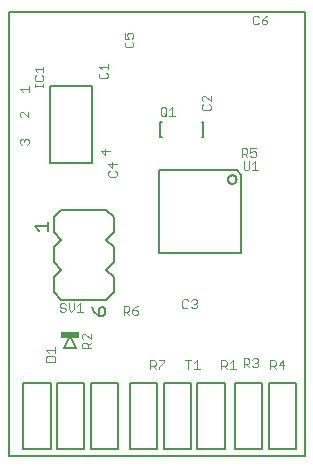
<source format=gto>
G75*
%MOIN*%
%OFA0B0*%
%FSLAX24Y24*%
%IPPOS*%
%LPD*%
%AMOC8*
5,1,8,0,0,1.08239X$1,22.5*
%
%ADD10C,0.0080*%
%ADD11C,0.0030*%
%ADD12C,0.0060*%
%ADD13R,0.0620X0.0240*%
%ADD14C,0.0040*%
%ADD15C,0.0050*%
D10*
X003400Y002400D02*
X013264Y002400D01*
X013264Y017194D01*
X003400Y017194D01*
X003400Y002400D01*
X005253Y006004D02*
X005647Y006004D01*
X005450Y006398D01*
X005253Y006004D01*
X004763Y012154D02*
X004763Y014734D01*
X006163Y014734D01*
X006163Y012154D01*
X004763Y012154D01*
X008447Y013019D02*
X008447Y013531D01*
X008506Y013531D01*
X008506Y013019D02*
X008447Y013019D01*
X009844Y013019D02*
X009884Y013019D01*
X009884Y013531D01*
X009844Y013531D01*
D11*
X009893Y013915D02*
X009845Y013963D01*
X009845Y014060D01*
X009893Y014108D01*
X009893Y014210D02*
X009845Y014258D01*
X009845Y014355D01*
X009893Y014403D01*
X009942Y014403D01*
X010135Y014210D01*
X010135Y014403D01*
X010087Y014108D02*
X010135Y014060D01*
X010135Y013963D01*
X010087Y013915D01*
X009893Y013915D01*
X008953Y013728D02*
X008760Y013728D01*
X008856Y013728D02*
X008856Y014018D01*
X008760Y013921D01*
X008658Y013969D02*
X008658Y013776D01*
X008610Y013728D01*
X008513Y013728D01*
X008465Y013776D01*
X008465Y013969D01*
X008513Y014018D01*
X008610Y014018D01*
X008658Y013969D01*
X008562Y013824D02*
X008658Y013728D01*
X007004Y012136D02*
X006714Y012136D01*
X006859Y011991D01*
X006859Y012184D01*
X006762Y011890D02*
X006714Y011841D01*
X006714Y011744D01*
X006762Y011696D01*
X006956Y011696D01*
X007004Y011744D01*
X007004Y011841D01*
X006956Y011890D01*
X004553Y014684D02*
X004553Y014780D01*
X004553Y014732D02*
X004262Y014732D01*
X004262Y014684D02*
X004262Y014780D01*
X004311Y014880D02*
X004504Y014880D01*
X004553Y014929D01*
X004553Y015025D01*
X004504Y015074D01*
X004553Y015175D02*
X004553Y015368D01*
X004553Y015272D02*
X004262Y015272D01*
X004359Y015175D01*
X004311Y015074D02*
X004262Y015025D01*
X004262Y014929D01*
X004311Y014880D01*
X006407Y015026D02*
X006456Y014978D01*
X006649Y014978D01*
X006698Y015026D01*
X006698Y015123D01*
X006649Y015171D01*
X006698Y015272D02*
X006698Y015466D01*
X006698Y015369D02*
X006407Y015369D01*
X006504Y015272D01*
X006456Y015171D02*
X006407Y015123D01*
X006407Y015026D01*
X007313Y016008D02*
X007506Y016008D01*
X007555Y016056D01*
X007555Y016153D01*
X007506Y016202D01*
X007506Y016303D02*
X007555Y016351D01*
X007555Y016448D01*
X007506Y016496D01*
X007409Y016496D01*
X007361Y016448D01*
X007361Y016399D01*
X007409Y016303D01*
X007264Y016303D01*
X007264Y016496D01*
X007313Y016202D02*
X007264Y016153D01*
X007264Y016056D01*
X007313Y016008D01*
X011538Y016821D02*
X011586Y016772D01*
X011683Y016772D01*
X011732Y016821D01*
X011833Y016821D02*
X011881Y016772D01*
X011978Y016772D01*
X012026Y016821D01*
X012026Y016869D01*
X011978Y016917D01*
X011833Y016917D01*
X011833Y016821D01*
X011833Y016917D02*
X011929Y017014D01*
X012026Y017063D01*
X011732Y017014D02*
X011683Y017063D01*
X011586Y017063D01*
X011538Y017014D01*
X011538Y016821D01*
X011460Y012643D02*
X011460Y012498D01*
X011556Y012546D01*
X011605Y012546D01*
X011653Y012498D01*
X011653Y012401D01*
X011605Y012353D01*
X011508Y012353D01*
X011460Y012401D01*
X011358Y012353D02*
X011262Y012449D01*
X011310Y012449D02*
X011165Y012449D01*
X011165Y012353D02*
X011165Y012643D01*
X011310Y012643D01*
X011358Y012594D01*
X011358Y012498D01*
X011310Y012449D01*
X011460Y012643D02*
X011653Y012643D01*
X011619Y012205D02*
X011619Y011915D01*
X011522Y011915D02*
X011716Y011915D01*
X011522Y012108D02*
X011619Y012205D01*
X011421Y012205D02*
X011421Y011963D01*
X011373Y011915D01*
X011276Y011915D01*
X011228Y011963D01*
X011228Y012205D01*
X009630Y007605D02*
X009533Y007605D01*
X009485Y007557D01*
X009383Y007557D02*
X009335Y007605D01*
X009238Y007605D01*
X009190Y007557D01*
X009190Y007363D01*
X009238Y007315D01*
X009335Y007315D01*
X009383Y007363D01*
X009485Y007363D02*
X009533Y007315D01*
X009630Y007315D01*
X009678Y007363D01*
X009678Y007412D01*
X009630Y007460D01*
X009581Y007460D01*
X009630Y007460D02*
X009678Y007508D01*
X009678Y007557D01*
X009630Y007605D01*
X007716Y007393D02*
X007619Y007344D01*
X007522Y007248D01*
X007667Y007248D01*
X007716Y007199D01*
X007716Y007151D01*
X007667Y007103D01*
X007571Y007103D01*
X007522Y007151D01*
X007522Y007248D01*
X007421Y007248D02*
X007373Y007199D01*
X007228Y007199D01*
X007324Y007199D02*
X007421Y007103D01*
X007421Y007248D02*
X007421Y007344D01*
X007373Y007393D01*
X007228Y007393D01*
X007228Y007103D01*
X006135Y006466D02*
X006135Y006272D01*
X005942Y006466D01*
X005893Y006466D01*
X005845Y006417D01*
X005845Y006321D01*
X005893Y006272D01*
X005893Y006171D02*
X005990Y006171D01*
X006038Y006123D01*
X006038Y005978D01*
X006038Y006074D02*
X006135Y006171D01*
X006135Y005978D02*
X005845Y005978D01*
X005845Y006123D01*
X005893Y006171D01*
X004948Y006015D02*
X004948Y005821D01*
X004948Y005918D02*
X004658Y005918D01*
X004754Y005821D01*
X004706Y005720D02*
X004658Y005672D01*
X004658Y005527D01*
X004948Y005527D01*
X004948Y005672D01*
X004899Y005720D01*
X004706Y005720D01*
X005151Y007190D02*
X005103Y007238D01*
X005151Y007190D02*
X005248Y007190D01*
X005296Y007238D01*
X005296Y007287D01*
X005248Y007335D01*
X005151Y007335D01*
X005103Y007383D01*
X005103Y007432D01*
X005151Y007480D01*
X005248Y007480D01*
X005296Y007432D01*
X005397Y007480D02*
X005397Y007287D01*
X005494Y007190D01*
X005591Y007287D01*
X005591Y007480D01*
X005692Y007383D02*
X005789Y007480D01*
X005789Y007190D01*
X005885Y007190D02*
X005692Y007190D01*
X008103Y005580D02*
X008248Y005580D01*
X008296Y005532D01*
X008296Y005435D01*
X008248Y005387D01*
X008103Y005387D01*
X008199Y005387D02*
X008296Y005290D01*
X008397Y005290D02*
X008397Y005338D01*
X008591Y005532D01*
X008591Y005580D01*
X008397Y005580D01*
X008103Y005580D02*
X008103Y005290D01*
X009290Y005580D02*
X009483Y005580D01*
X009387Y005580D02*
X009387Y005290D01*
X009585Y005290D02*
X009778Y005290D01*
X009681Y005290D02*
X009681Y005580D01*
X009585Y005483D01*
X010478Y005387D02*
X010623Y005387D01*
X010671Y005435D01*
X010671Y005532D01*
X010623Y005580D01*
X010478Y005580D01*
X010478Y005290D01*
X010574Y005387D02*
X010671Y005290D01*
X010772Y005290D02*
X010966Y005290D01*
X010869Y005290D02*
X010869Y005580D01*
X010772Y005483D01*
X011228Y005449D02*
X011373Y005449D01*
X011421Y005498D01*
X011421Y005594D01*
X011373Y005643D01*
X011228Y005643D01*
X011228Y005353D01*
X011324Y005449D02*
X011421Y005353D01*
X011522Y005401D02*
X011571Y005353D01*
X011667Y005353D01*
X011716Y005401D01*
X011716Y005449D01*
X011667Y005498D01*
X011619Y005498D01*
X011667Y005498D02*
X011716Y005546D01*
X011716Y005594D01*
X011667Y005643D01*
X011571Y005643D01*
X011522Y005594D01*
X012103Y005580D02*
X012103Y005290D01*
X012103Y005387D02*
X012248Y005387D01*
X012296Y005435D01*
X012296Y005532D01*
X012248Y005580D01*
X012103Y005580D01*
X012199Y005387D02*
X012296Y005290D01*
X012397Y005435D02*
X012591Y005435D01*
X012542Y005290D02*
X012542Y005580D01*
X012397Y005435D01*
D12*
X012065Y004813D02*
X012065Y002613D01*
X012985Y002613D01*
X012985Y004813D01*
X012065Y004813D01*
X011860Y004813D02*
X010940Y004813D01*
X010940Y002613D01*
X011860Y002613D01*
X011860Y004813D01*
X010610Y004813D02*
X009690Y004813D01*
X009690Y002613D01*
X010610Y002613D01*
X010610Y004813D01*
X009485Y004813D02*
X008565Y004813D01*
X008565Y002613D01*
X009485Y002613D01*
X009485Y004813D01*
X008360Y004813D02*
X007440Y004813D01*
X007440Y002613D01*
X008360Y002613D01*
X008360Y004813D01*
X007048Y004813D02*
X007048Y002613D01*
X006128Y002613D01*
X006128Y004813D01*
X007048Y004813D01*
X005923Y004813D02*
X005923Y002613D01*
X005003Y002613D01*
X005003Y004813D01*
X005923Y004813D01*
X004798Y004813D02*
X004798Y002613D01*
X003878Y002613D01*
X003878Y004813D01*
X004798Y004813D01*
X005150Y007588D02*
X004900Y007838D01*
X004900Y008338D01*
X005150Y008588D01*
X004900Y008838D01*
X004900Y009338D01*
X005150Y009588D01*
X004900Y009838D01*
X004900Y010338D01*
X005150Y010588D01*
X006650Y010588D01*
X006900Y010338D01*
X006900Y009838D01*
X006650Y009588D01*
X006900Y009338D01*
X006900Y008838D01*
X006650Y008588D01*
X006900Y008338D01*
X006900Y007838D01*
X006650Y007588D01*
X005150Y007588D01*
X008395Y009145D02*
X008395Y011905D01*
X011015Y011905D01*
X011155Y011765D01*
X011155Y009145D01*
X008395Y009145D01*
X010714Y011605D02*
X010716Y011628D01*
X010722Y011651D01*
X010731Y011672D01*
X010744Y011692D01*
X010760Y011709D01*
X010778Y011723D01*
X010798Y011734D01*
X010820Y011742D01*
X010843Y011746D01*
X010867Y011746D01*
X010890Y011742D01*
X010912Y011734D01*
X010932Y011723D01*
X010950Y011709D01*
X010966Y011692D01*
X010979Y011672D01*
X010988Y011651D01*
X010994Y011628D01*
X010996Y011605D01*
X010994Y011582D01*
X010988Y011559D01*
X010979Y011538D01*
X010966Y011518D01*
X010950Y011501D01*
X010932Y011487D01*
X010912Y011476D01*
X010890Y011468D01*
X010867Y011464D01*
X010843Y011464D01*
X010820Y011468D01*
X010798Y011476D01*
X010778Y011487D01*
X010760Y011501D01*
X010744Y011518D01*
X010731Y011538D01*
X010722Y011559D01*
X010716Y011582D01*
X010714Y011605D01*
D13*
X005450Y006421D03*
D14*
X006622Y012419D02*
X006622Y012606D01*
X006482Y012559D02*
X006622Y012419D01*
X006482Y012559D02*
X006763Y012559D01*
X004063Y012814D02*
X004016Y012767D01*
X004063Y012814D02*
X004063Y012907D01*
X004016Y012954D01*
X003969Y012954D01*
X003922Y012907D01*
X003922Y012861D01*
X003922Y012907D02*
X003876Y012954D01*
X003829Y012954D01*
X003782Y012907D01*
X003782Y012814D01*
X003829Y012767D01*
X003825Y013677D02*
X003779Y013724D01*
X003779Y013817D01*
X003825Y013864D01*
X003872Y013864D01*
X004059Y013677D01*
X004059Y013864D01*
X004063Y014528D02*
X004063Y014715D01*
X004063Y014622D02*
X003782Y014622D01*
X003876Y014528D01*
D15*
X004725Y010202D02*
X004725Y009902D01*
X004725Y010052D02*
X004275Y010052D01*
X004425Y009902D01*
X006175Y007352D02*
X006250Y007202D01*
X006400Y007052D01*
X006400Y007277D01*
X006475Y007352D01*
X006550Y007352D01*
X006625Y007277D01*
X006625Y007127D01*
X006550Y007052D01*
X006400Y007052D01*
M02*

</source>
